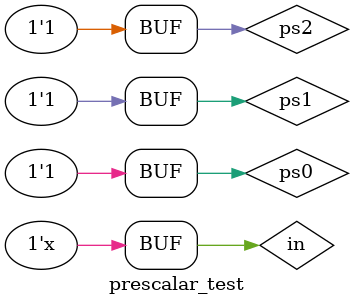
<source format=v>
`timescale 1ns / 1ps


module prescalar_test;

	// Inputs
	reg ps2;
	reg ps1;
	reg ps0;
	reg in;

	// Outputs
	wire out;

	// Instantiate the Unit Under Test (UUT)
	prescalar uut ( 
		.ps2(ps2), 
		.ps1(ps1), 
		.ps0(ps0), 
		.in(in), 
		.out(out)
	);

	initial
	begin
		ps2 = 1;
		ps1 = 1;
		ps0 = 1;
		in = 0;
	end
	always #5 in=~in;
      
endmodule


</source>
